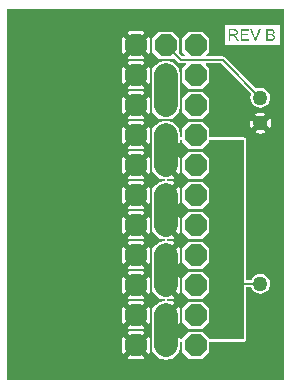
<source format=gtl>
G04 Layer_Physical_Order=1*
G04 Layer_Color=255*
%FSLAX43Y43*%
%MOMM*%
G71*
G01*
G75*
%ADD10C,0.200*%
%ADD11C,2.000*%
%ADD12C,0.127*%
%ADD13P,2.034X8X292.5*%
%ADD14C,1.270*%
G36*
X56820Y29718D02*
X33401D01*
Y61087D01*
X56820D01*
Y29718D01*
D02*
G37*
%LPC*%
G36*
X44920Y41453D02*
X43726D01*
X43604Y41331D01*
X44323Y40613D01*
X45042Y41331D01*
X44920Y41453D01*
D02*
G37*
G36*
X44323Y42445D02*
X43604Y41727D01*
X43726Y41605D01*
X44920D01*
X45042Y41727D01*
X44323Y42445D01*
D02*
G37*
G36*
X43251Y43518D02*
X43129Y43396D01*
Y42202D01*
X43251Y42080D01*
X43969Y42799D01*
X43251Y43518D01*
D02*
G37*
G36*
X44323Y39905D02*
X43604Y39187D01*
X43726Y39065D01*
X44920D01*
X45042Y39187D01*
X44323Y39905D01*
D02*
G37*
G36*
X43251Y40978D02*
X43129Y40856D01*
Y39662D01*
X43251Y39540D01*
X43969Y40259D01*
X43251Y40978D01*
D02*
G37*
G36*
X45395D02*
X44677Y40259D01*
X45395Y39540D01*
X45517Y39662D01*
Y40856D01*
X45395Y40978D01*
D02*
G37*
G36*
Y43518D02*
X44677Y42799D01*
X45395Y42080D01*
X45517Y42202D01*
Y43396D01*
X45395Y43518D01*
D02*
G37*
G36*
Y46058D02*
X44677Y45339D01*
X45395Y44620D01*
X45517Y44742D01*
Y45936D01*
X45395Y46058D01*
D02*
G37*
G36*
X44920Y46533D02*
X43726D01*
X43604Y46411D01*
X44323Y45693D01*
X45042Y46411D01*
X44920Y46533D01*
D02*
G37*
G36*
X44323Y47525D02*
X43604Y46807D01*
X43726Y46685D01*
X44920D01*
X45042Y46807D01*
X44323Y47525D01*
D02*
G37*
G36*
X44920Y43993D02*
X43726D01*
X43604Y43871D01*
X44323Y43153D01*
X45042Y43871D01*
X44920Y43993D01*
D02*
G37*
G36*
X44323Y44985D02*
X43604Y44267D01*
X43726Y44145D01*
X44920D01*
X45042Y44267D01*
X44323Y44985D01*
D02*
G37*
G36*
X43251Y46058D02*
X43129Y45936D01*
Y44742D01*
X43251Y44620D01*
X43969Y45339D01*
X43251Y46058D01*
D02*
G37*
G36*
X44920Y33833D02*
X43726D01*
X43604Y33711D01*
X44323Y32993D01*
X45042Y33711D01*
X44920Y33833D01*
D02*
G37*
G36*
X44323Y34825D02*
X43604Y34107D01*
X43726Y33985D01*
X44920D01*
X45042Y34107D01*
X44323Y34825D01*
D02*
G37*
G36*
X43251Y35898D02*
X43129Y35776D01*
Y34582D01*
X43251Y34460D01*
X43969Y35179D01*
X43251Y35898D01*
D02*
G37*
G36*
X44323Y32285D02*
X43604Y31567D01*
X43726Y31445D01*
X44920D01*
X45042Y31567D01*
X44323Y32285D01*
D02*
G37*
G36*
X43251Y33358D02*
X43129Y33236D01*
Y32042D01*
X43251Y31920D01*
X43969Y32639D01*
X43251Y33358D01*
D02*
G37*
G36*
X45395D02*
X44677Y32639D01*
X45395Y31920D01*
X45517Y32042D01*
Y33236D01*
X45395Y33358D01*
D02*
G37*
G36*
Y35898D02*
X44677Y35179D01*
X45395Y34460D01*
X45517Y34582D01*
Y35776D01*
X45395Y35898D01*
D02*
G37*
G36*
Y38438D02*
X44677Y37719D01*
X45395Y37000D01*
X45517Y37122D01*
Y38316D01*
X45395Y38438D01*
D02*
G37*
G36*
X46863Y51629D02*
X46550Y51588D01*
X46479Y51559D01*
X46293D01*
X46016Y51281D01*
X46007Y51275D01*
X46001Y51266D01*
X45723Y50989D01*
Y50803D01*
X45694Y50732D01*
X45653Y50419D01*
Y47879D01*
X45694Y47566D01*
X45723Y47495D01*
Y47309D01*
X46001Y47032D01*
X46007Y47023D01*
X46016Y47017D01*
X46293Y46739D01*
X46479D01*
X46550Y46710D01*
X46786Y46679D01*
Y46539D01*
X46550Y46508D01*
X46479Y46479D01*
X46293D01*
X46016Y46201D01*
X46007Y46195D01*
X46001Y46186D01*
X45723Y45909D01*
Y45723D01*
X45694Y45652D01*
X45653Y45339D01*
Y42799D01*
X45694Y42486D01*
X45723Y42415D01*
Y42229D01*
X46001Y41952D01*
X46007Y41943D01*
X46016Y41937D01*
X46293Y41659D01*
X46479D01*
X46550Y41630D01*
X46786Y41599D01*
Y41459D01*
X46550Y41428D01*
X46479Y41399D01*
X46293D01*
X46016Y41121D01*
X46007Y41115D01*
X46001Y41106D01*
X45723Y40829D01*
Y40643D01*
X45694Y40572D01*
X45653Y40259D01*
Y37719D01*
X45694Y37406D01*
X45723Y37335D01*
Y37149D01*
X46001Y36872D01*
X46007Y36863D01*
X46016Y36857D01*
X46293Y36579D01*
X46479D01*
X46550Y36550D01*
X46786Y36519D01*
Y36379D01*
X46550Y36348D01*
X46479Y36319D01*
X46293D01*
X46016Y36041D01*
X46007Y36035D01*
X46001Y36026D01*
X45723Y35749D01*
Y35563D01*
X45694Y35492D01*
X45653Y35179D01*
Y32639D01*
X45694Y32326D01*
X45723Y32255D01*
Y32069D01*
X46001Y31792D01*
X46007Y31783D01*
X46016Y31777D01*
X46293Y31499D01*
X46479D01*
X46550Y31470D01*
X46863Y31429D01*
X47176Y31470D01*
X47247Y31499D01*
X47433D01*
X47710Y31777D01*
X47719Y31783D01*
X47725Y31792D01*
X48003Y32069D01*
Y32255D01*
X48032Y32326D01*
X48073Y32639D01*
Y32943D01*
X48263D01*
Y32069D01*
X48833Y31499D01*
X49973D01*
X50543Y32069D01*
Y32943D01*
X53467D01*
X53545Y32959D01*
X53611Y33003D01*
X53655Y33069D01*
X53671Y33147D01*
Y37540D01*
X54087D01*
X54135Y37425D01*
X54268Y37250D01*
X54443Y37117D01*
X54646Y37032D01*
X54864Y37004D01*
X55082Y37032D01*
X55285Y37117D01*
X55460Y37250D01*
X55593Y37425D01*
X55678Y37628D01*
X55706Y37846D01*
X55678Y38064D01*
X55593Y38267D01*
X55460Y38442D01*
X55285Y38575D01*
X55082Y38660D01*
X54864Y38688D01*
X54646Y38660D01*
X54443Y38575D01*
X54268Y38442D01*
X54135Y38267D01*
X54087Y38152D01*
X53671D01*
Y50038D01*
X53655Y50116D01*
X53611Y50182D01*
X53545Y50226D01*
X53467Y50242D01*
X50543D01*
Y50989D01*
X49973Y51559D01*
X48833D01*
X48263Y50989D01*
Y50242D01*
X48073D01*
Y50419D01*
X48032Y50732D01*
X48003Y50803D01*
Y50989D01*
X47725Y51266D01*
X47719Y51275D01*
X47710Y51281D01*
X47433Y51559D01*
X47247D01*
X47176Y51588D01*
X46863Y51629D01*
D02*
G37*
G36*
X44920Y38913D02*
X43726D01*
X43604Y38791D01*
X44323Y38073D01*
X45042Y38791D01*
X44920Y38913D01*
D02*
G37*
G36*
Y36373D02*
X43726D01*
X43604Y36251D01*
X44323Y35533D01*
X45042Y36251D01*
X44920Y36373D01*
D02*
G37*
G36*
X44323Y37365D02*
X43604Y36647D01*
X43726Y36525D01*
X44920D01*
X45042Y36647D01*
X44323Y37365D01*
D02*
G37*
G36*
X43251Y38438D02*
X43129Y38316D01*
Y37122D01*
X43251Y37000D01*
X43969Y37719D01*
X43251Y38438D01*
D02*
G37*
G36*
Y48598D02*
X43129Y48476D01*
Y47282D01*
X43251Y47160D01*
X43969Y47879D01*
X43251Y48598D01*
D02*
G37*
G36*
X56509Y59724D02*
X51870D01*
Y58093D01*
X56509D01*
Y59724D01*
D02*
G37*
G36*
X43251Y53678D02*
X43129Y53556D01*
Y52362D01*
X43251Y52240D01*
X43969Y52959D01*
X43251Y53678D01*
D02*
G37*
G36*
X44920Y54153D02*
X43726D01*
X43604Y54031D01*
X44323Y53313D01*
X45042Y54031D01*
X44920Y54153D01*
D02*
G37*
G36*
X45395Y53678D02*
X44677Y52959D01*
X45395Y52240D01*
X45517Y52362D01*
Y53556D01*
X45395Y53678D01*
D02*
G37*
G36*
X44920Y59233D02*
X43726D01*
X43604Y59111D01*
X44323Y58393D01*
X45042Y59111D01*
X44920Y59233D01*
D02*
G37*
G36*
X54864Y52332D02*
X54632Y52301D01*
X54434Y52219D01*
X54864Y51789D01*
X55294Y52219D01*
X55096Y52301D01*
X54864Y52332D01*
D02*
G37*
G36*
X49973Y54099D02*
X48833D01*
X48263Y53529D01*
Y52389D01*
X48833Y51819D01*
X49973D01*
X50543Y52389D01*
Y53529D01*
X49973Y54099D01*
D02*
G37*
G36*
X46863Y56709D02*
X46550Y56668D01*
X46479Y56639D01*
X46293D01*
X46016Y56361D01*
X46007Y56355D01*
X46001Y56346D01*
X45723Y56069D01*
Y55883D01*
X45694Y55812D01*
X45653Y55499D01*
Y53019D01*
X45694Y52706D01*
X45723Y52635D01*
Y52389D01*
X46293Y51819D01*
X46784D01*
X46863Y51809D01*
X46942Y51819D01*
X47433D01*
X48003Y52389D01*
Y52635D01*
X48032Y52706D01*
X48073Y53019D01*
Y55499D01*
X48032Y55812D01*
X48003Y55883D01*
Y56069D01*
X47725Y56346D01*
X47719Y56355D01*
X47710Y56361D01*
X47433Y56639D01*
X47247D01*
X47176Y56668D01*
X46863Y56709D01*
D02*
G37*
G36*
X44920Y56693D02*
X43726D01*
X43604Y56571D01*
X44323Y55853D01*
X45042Y56571D01*
X44920Y56693D01*
D02*
G37*
G36*
X45395Y56218D02*
X44677Y55499D01*
X45395Y54780D01*
X45517Y54902D01*
Y56096D01*
X45395Y56218D01*
D02*
G37*
G36*
X44323Y57685D02*
X43604Y56967D01*
X43726Y56845D01*
X44920D01*
X45042Y56967D01*
X44323Y57685D01*
D02*
G37*
G36*
X49973Y59179D02*
X48833D01*
X48263Y58609D01*
Y57469D01*
X48510Y57222D01*
X48461Y57105D01*
X48229D01*
X47934Y57400D01*
X48003Y57469D01*
Y58609D01*
X47433Y59179D01*
X46293D01*
X45723Y58609D01*
Y57469D01*
X46293Y56899D01*
X47433D01*
X47502Y56968D01*
X47887Y56583D01*
X47887Y56583D01*
X47986Y56517D01*
X48103Y56493D01*
X48103Y56493D01*
X48522D01*
X48570Y56376D01*
X48263Y56069D01*
Y54929D01*
X48833Y54359D01*
X49973D01*
X50543Y54929D01*
Y56069D01*
X50236Y56376D01*
X50284Y56493D01*
X51532D01*
X54098Y53927D01*
X54050Y53812D01*
X54022Y53594D01*
X54050Y53376D01*
X54135Y53173D01*
X54268Y52998D01*
X54443Y52865D01*
X54646Y52780D01*
X54864Y52752D01*
X55082Y52780D01*
X55285Y52865D01*
X55460Y52998D01*
X55593Y53173D01*
X55678Y53376D01*
X55706Y53594D01*
X55678Y53812D01*
X55593Y54015D01*
X55460Y54190D01*
X55285Y54323D01*
X55082Y54408D01*
X54864Y54436D01*
X54646Y54408D01*
X54531Y54360D01*
X51875Y57015D01*
X51776Y57082D01*
X51659Y57105D01*
X51659Y57105D01*
X50345D01*
X50296Y57222D01*
X50543Y57469D01*
Y58609D01*
X49973Y59179D01*
D02*
G37*
G36*
X44323Y55145D02*
X43604Y54427D01*
X43726Y54305D01*
X44920D01*
X45042Y54427D01*
X44323Y55145D01*
D02*
G37*
G36*
X45395Y58758D02*
X44677Y58039D01*
X45395Y57320D01*
X45517Y57442D01*
Y58636D01*
X45395Y58758D01*
D02*
G37*
G36*
X43251D02*
X43129Y58636D01*
Y57442D01*
X43251Y57320D01*
X43969Y58039D01*
X43251Y58758D01*
D02*
G37*
G36*
Y56218D02*
X43129Y56096D01*
Y54902D01*
X43251Y54780D01*
X43969Y55499D01*
X43251Y56218D01*
D02*
G37*
G36*
X44323Y52605D02*
X43604Y51887D01*
X43726Y51765D01*
X44920D01*
X45042Y51887D01*
X44323Y52605D01*
D02*
G37*
G36*
X43251Y51138D02*
X43129Y51016D01*
Y49822D01*
X43251Y49700D01*
X43969Y50419D01*
X43251Y51138D01*
D02*
G37*
G36*
X45395D02*
X44677Y50419D01*
X45395Y49700D01*
X45517Y49822D01*
Y51016D01*
X45395Y51138D01*
D02*
G37*
G36*
X44323Y50065D02*
X43604Y49347D01*
X43726Y49225D01*
X44920D01*
X45042Y49347D01*
X44323Y50065D01*
D02*
G37*
G36*
X45395Y48598D02*
X44677Y47879D01*
X45395Y47160D01*
X45517Y47282D01*
Y48476D01*
X45395Y48598D01*
D02*
G37*
G36*
X44920Y49073D02*
X43726D01*
X43604Y48951D01*
X44323Y48233D01*
X45042Y48951D01*
X44920Y49073D01*
D02*
G37*
G36*
X54864Y51081D02*
X54434Y50651D01*
X54632Y50569D01*
X54864Y50538D01*
X55096Y50569D01*
X55294Y50651D01*
X54864Y51081D01*
D02*
G37*
G36*
X54080Y51865D02*
X53998Y51667D01*
X53967Y51435D01*
X53998Y51203D01*
X54080Y51005D01*
X54510Y51435D01*
X54080Y51865D01*
D02*
G37*
G36*
X55648D02*
X55218Y51435D01*
X55648Y51005D01*
X55730Y51203D01*
X55761Y51435D01*
X55730Y51667D01*
X55648Y51865D01*
D02*
G37*
G36*
X44920Y51613D02*
X43726D01*
X43604Y51491D01*
X44323Y50773D01*
X45042Y51491D01*
X44920Y51613D01*
D02*
G37*
%LPD*%
G36*
X53887Y59280D02*
X53311D01*
Y58982D01*
X53851D01*
Y58867D01*
X53311D01*
Y58536D01*
X53910D01*
Y58420D01*
X53181D01*
Y59396D01*
X53887D01*
Y59280D01*
D02*
G37*
G36*
X47935Y49700D02*
X48057Y49822D01*
Y50038D01*
X48263D01*
Y49849D01*
X48833Y49279D01*
X49973D01*
X50543Y49849D01*
Y50038D01*
X53467D01*
Y33147D01*
X50543D01*
Y33209D01*
X49973Y33779D01*
X48833D01*
X48263Y33209D01*
Y33147D01*
X48057D01*
Y33236D01*
X47935Y33358D01*
X47040Y32462D01*
X46686Y32816D01*
X47582Y33711D01*
X47460Y33833D01*
X46990D01*
Y33985D01*
X47460D01*
X47582Y34107D01*
X46686Y35002D01*
X46863Y35179D01*
X46686Y35356D01*
X47582Y36251D01*
X47460Y36373D01*
X46990D01*
Y36525D01*
X47460D01*
X47582Y36647D01*
X46686Y37542D01*
X46863Y37719D01*
X46686Y37896D01*
X47582Y38791D01*
X47460Y38913D01*
X46990D01*
Y39065D01*
X47460D01*
X47582Y39187D01*
X46686Y40082D01*
X46863Y40259D01*
X46686Y40436D01*
X47582Y41331D01*
X47460Y41453D01*
X46990D01*
Y41605D01*
X47460D01*
X47582Y41727D01*
X46686Y42622D01*
X46863Y42799D01*
X46686Y42976D01*
X47582Y43871D01*
X47460Y43993D01*
X46990D01*
Y44145D01*
X47460D01*
X47582Y44267D01*
X46686Y45162D01*
X46863Y45339D01*
X46686Y45516D01*
X47582Y46411D01*
X47460Y46533D01*
X46990D01*
Y46685D01*
X47460D01*
X47582Y46807D01*
X46686Y47702D01*
X46863Y47879D01*
X46686Y48056D01*
X47582Y48951D01*
X47460Y49073D01*
X46990D01*
Y49225D01*
X47460D01*
X47582Y49347D01*
X46686Y50242D01*
X47040Y50596D01*
X47935Y49700D01*
D02*
G37*
G36*
X52661Y59394D02*
X52673D01*
X52703Y59393D01*
X52734Y59388D01*
X52768Y59384D01*
X52799Y59377D01*
X52814Y59373D01*
X52827Y59369D01*
X52829D01*
X52830Y59367D01*
X52838Y59363D01*
X52851Y59357D01*
X52867Y59348D01*
X52884Y59335D01*
X52902Y59318D01*
X52919Y59298D01*
X52936Y59276D01*
Y59274D01*
X52937Y59273D01*
X52943Y59264D01*
X52948Y59250D01*
X52957Y59232D01*
X52964Y59211D01*
X52971Y59185D01*
X52975Y59159D01*
X52977Y59129D01*
Y59128D01*
Y59125D01*
Y59119D01*
X52975Y59112D01*
Y59102D01*
X52974Y59092D01*
X52968Y59068D01*
X52960Y59040D01*
X52948Y59011D01*
X52931Y58981D01*
X52920Y58967D01*
X52909Y58953D01*
X52907Y58951D01*
X52906Y58950D01*
X52902Y58946D01*
X52896Y58942D01*
X52889Y58936D01*
X52881Y58930D01*
X52869Y58923D01*
X52858Y58915D01*
X52844Y58908D01*
X52829Y58901D01*
X52812Y58892D01*
X52793Y58885D01*
X52772Y58880D01*
X52751Y58873D01*
X52727Y58868D01*
X52702Y58864D01*
X52704Y58863D01*
X52710Y58860D01*
X52719Y58854D01*
X52730Y58849D01*
X52755Y58833D01*
X52768Y58823D01*
X52779Y58815D01*
X52782Y58812D01*
X52789Y58805D01*
X52800Y58794D01*
X52814Y58779D01*
X52830Y58760D01*
X52848Y58739D01*
X52867Y58713D01*
X52886Y58685D01*
X53054Y58420D01*
X52893D01*
X52765Y58623D01*
Y58624D01*
X52762Y58627D01*
X52759Y58631D01*
X52755Y58637D01*
X52745Y58653D01*
X52733Y58672D01*
X52717Y58693D01*
X52702Y58716D01*
X52686Y58737D01*
X52672Y58757D01*
X52671Y58758D01*
X52666Y58764D01*
X52659Y58772D01*
X52650Y58782D01*
X52628Y58803D01*
X52617Y58813D01*
X52606Y58822D01*
X52604Y58823D01*
X52602Y58825D01*
X52596Y58827D01*
X52587Y58832D01*
X52579Y58836D01*
X52569Y58840D01*
X52547Y58847D01*
X52545D01*
X52542Y58849D01*
X52537D01*
X52530Y58850D01*
X52520Y58851D01*
X52509D01*
X52493Y58853D01*
X52327D01*
Y58420D01*
X52197D01*
Y59396D01*
X52650D01*
X52661Y59394D01*
D02*
G37*
G36*
X55765D02*
X55776D01*
X55802Y59391D01*
X55830Y59388D01*
X55859Y59383D01*
X55889Y59376D01*
X55916Y59366D01*
X55917D01*
X55919Y59364D01*
X55927Y59360D01*
X55940Y59353D01*
X55954Y59343D01*
X55971Y59331D01*
X55989Y59315D01*
X56006Y59295D01*
X56022Y59274D01*
X56023Y59271D01*
X56027Y59263D01*
X56034Y59252D01*
X56041Y59235D01*
X56048Y59215D01*
X56055Y59194D01*
X56060Y59170D01*
X56061Y59146D01*
Y59143D01*
Y59136D01*
X56060Y59123D01*
X56057Y59108D01*
X56053Y59090D01*
X56045Y59070D01*
X56037Y59050D01*
X56026Y59029D01*
X56024Y59026D01*
X56020Y59021D01*
X56012Y59009D01*
X56000Y58998D01*
X55986Y58984D01*
X55969Y58968D01*
X55948Y58954D01*
X55924Y58940D01*
X55926D01*
X55928Y58939D01*
X55933Y58937D01*
X55938Y58935D01*
X55955Y58929D01*
X55975Y58919D01*
X55996Y58906D01*
X56020Y58891D01*
X56041Y58873D01*
X56061Y58850D01*
X56062Y58847D01*
X56068Y58839D01*
X56076Y58826D01*
X56085Y58809D01*
X56093Y58787D01*
X56102Y58763D01*
X56108Y58734D01*
X56109Y58703D01*
Y58702D01*
Y58701D01*
Y58692D01*
X56108Y58678D01*
X56105Y58661D01*
X56102Y58641D01*
X56096Y58620D01*
X56089Y58598D01*
X56079Y58575D01*
X56078Y58572D01*
X56074Y58565D01*
X56068Y58555D01*
X56060Y58541D01*
X56048Y58527D01*
X56037Y58512D01*
X56023Y58496D01*
X56007Y58483D01*
X56006Y58482D01*
X56000Y58478D01*
X55991Y58472D01*
X55978Y58467D01*
X55962Y58458D01*
X55944Y58450D01*
X55924Y58443D01*
X55900Y58436D01*
X55897D01*
X55889Y58433D01*
X55875Y58431D01*
X55857Y58428D01*
X55834Y58426D01*
X55807Y58423D01*
X55778Y58421D01*
X55744Y58420D01*
X55372D01*
Y59396D01*
X55755D01*
X55765Y59394D01*
D02*
G37*
G36*
X54500Y58420D02*
X54365D01*
X53987Y59396D01*
X54128D01*
X54382Y58686D01*
Y58685D01*
X54383Y58682D01*
X54385Y58678D01*
X54388Y58672D01*
X54389Y58664D01*
X54392Y58655D01*
X54399Y58634D01*
X54407Y58610D01*
X54416Y58584D01*
X54433Y58527D01*
Y58529D01*
X54434Y58531D01*
X54436Y58536D01*
X54437Y58541D01*
X54441Y58557D01*
X54448Y58578D01*
X54455Y58602D01*
X54464Y58629D01*
X54474Y58657D01*
X54485Y58686D01*
X54750Y59396D01*
X54881D01*
X54500Y58420D01*
D02*
G37*
%LPC*%
G36*
X52634Y59287D02*
X52327D01*
Y58964D01*
X52617D01*
X52634Y58966D01*
X52654Y58967D01*
X52676Y58968D01*
X52699Y58971D01*
X52721Y58975D01*
X52741Y58981D01*
X52744Y58982D01*
X52750Y58985D01*
X52758Y58990D01*
X52769Y58995D01*
X52782Y59004D01*
X52795Y59013D01*
X52807Y59026D01*
X52817Y59040D01*
X52819Y59042D01*
X52821Y59047D01*
X52826Y59056D01*
X52831Y59067D01*
X52836Y59080D01*
X52840Y59094D01*
X52843Y59111D01*
X52844Y59128D01*
Y59129D01*
Y59130D01*
X52843Y59139D01*
X52841Y59152D01*
X52838Y59169D01*
X52831Y59185D01*
X52823Y59205D01*
X52810Y59224D01*
X52793Y59242D01*
X52790Y59243D01*
X52783Y59249D01*
X52772Y59256D01*
X52754Y59264D01*
X52733Y59273D01*
X52704Y59280D01*
X52672Y59286D01*
X52634Y59287D01*
D02*
G37*
G36*
X55758Y58871D02*
X55501D01*
Y58536D01*
X55779D01*
X55809Y58537D01*
X55821Y58538D01*
X55833Y58540D01*
X55834D01*
X55840Y58541D01*
X55848Y58543D01*
X55858Y58545D01*
X55882Y58554D01*
X55906Y58565D01*
X55907Y58567D01*
X55912Y58569D01*
X55917Y58574D01*
X55924Y58579D01*
X55931Y58588D01*
X55941Y58596D01*
X55948Y58607D01*
X55957Y58620D01*
X55958Y58622D01*
X55959Y58626D01*
X55962Y58634D01*
X55967Y58644D01*
X55971Y58655D01*
X55974Y58670D01*
X55975Y58686D01*
X55976Y58703D01*
Y58706D01*
Y58712D01*
X55975Y58723D01*
X55972Y58736D01*
X55969Y58750D01*
X55964Y58765D01*
X55957Y58781D01*
X55947Y58796D01*
X55945Y58798D01*
X55941Y58803D01*
X55936Y58810D01*
X55927Y58819D01*
X55916Y58829D01*
X55902Y58839D01*
X55886Y58847D01*
X55868Y58854D01*
X55865Y58856D01*
X55859Y58857D01*
X55847Y58860D01*
X55831Y58863D01*
X55811Y58865D01*
X55788Y58868D01*
X55758Y58871D01*
D02*
G37*
G36*
X55733Y59280D02*
X55501D01*
Y58987D01*
X55741D01*
X55759Y58988D01*
X55779Y58990D01*
X55799Y58991D01*
X55819Y58994D01*
X55834Y58997D01*
X55837Y58998D01*
X55842Y58999D01*
X55851Y59004D01*
X55862Y59009D01*
X55874Y59015D01*
X55886Y59023D01*
X55899Y59035D01*
X55909Y59046D01*
X55910Y59047D01*
X55913Y59052D01*
X55917Y59060D01*
X55921Y59070D01*
X55926Y59081D01*
X55930Y59095D01*
X55933Y59112D01*
X55934Y59130D01*
Y59133D01*
Y59139D01*
X55933Y59147D01*
X55931Y59159D01*
X55928Y59173D01*
X55924Y59187D01*
X55919Y59201D01*
X55910Y59215D01*
X55909Y59216D01*
X55906Y59221D01*
X55900Y59228D01*
X55893Y59235D01*
X55883Y59243D01*
X55872Y59252D01*
X55858Y59260D01*
X55842Y59266D01*
X55841D01*
X55834Y59269D01*
X55824Y59270D01*
X55809Y59273D01*
X55788Y59276D01*
X55764Y59277D01*
X55733Y59280D01*
D02*
G37*
G36*
X49973Y46479D02*
X48833D01*
X48263Y45909D01*
Y44769D01*
X48833Y44199D01*
X49973D01*
X50543Y44769D01*
Y45909D01*
X49973Y46479D01*
D02*
G37*
G36*
X47935Y43518D02*
X47217Y42799D01*
X47935Y42080D01*
X48057Y42202D01*
Y43396D01*
X47935Y43518D01*
D02*
G37*
G36*
X49973Y43939D02*
X48833D01*
X48263Y43369D01*
Y42229D01*
X48833Y41659D01*
X49973D01*
X50543Y42229D01*
Y43369D01*
X49973Y43939D01*
D02*
G37*
G36*
Y49019D02*
X48833D01*
X48263Y48449D01*
Y47309D01*
X48833Y46739D01*
X49973D01*
X50543Y47309D01*
Y48449D01*
X49973Y49019D01*
D02*
G37*
G36*
X47935Y48598D02*
X47217Y47879D01*
X47935Y47160D01*
X48057Y47282D01*
Y48476D01*
X47935Y48598D01*
D02*
G37*
G36*
Y46058D02*
X47217Y45339D01*
X47935Y44620D01*
X48057Y44742D01*
Y45936D01*
X47935Y46058D01*
D02*
G37*
G36*
X49973Y38859D02*
X48833D01*
X48263Y38289D01*
Y37149D01*
X48833Y36579D01*
X49973D01*
X50543Y37149D01*
Y38289D01*
X49973Y38859D01*
D02*
G37*
G36*
X47935Y35898D02*
X47217Y35179D01*
X47935Y34460D01*
X48057Y34582D01*
Y35776D01*
X47935Y35898D01*
D02*
G37*
G36*
X49973Y36319D02*
X48833D01*
X48263Y35749D01*
Y34609D01*
X48833Y34039D01*
X49973D01*
X50543Y34609D01*
Y35749D01*
X49973Y36319D01*
D02*
G37*
G36*
X47935Y40978D02*
X47217Y40259D01*
X47935Y39540D01*
X48057Y39662D01*
Y40856D01*
X47935Y40978D01*
D02*
G37*
G36*
X49973Y41399D02*
X48833D01*
X48263Y40829D01*
Y39689D01*
X48833Y39119D01*
X49973D01*
X50543Y39689D01*
Y40829D01*
X49973Y41399D01*
D02*
G37*
G36*
X47935Y38438D02*
X47217Y37719D01*
X47935Y37000D01*
X48057Y37122D01*
Y38316D01*
X47935Y38438D01*
D02*
G37*
%LPD*%
D10*
X52324Y36449D02*
Y37846D01*
X54864D01*
X51659Y56799D02*
X54864Y53594D01*
X54580Y51719D02*
X54864Y51435D01*
X46863Y58039D02*
X48103Y56799D01*
X51659D01*
X44323Y52959D02*
X45563Y51719D01*
X48133Y33909D02*
X52324D01*
X48133Y36449D02*
X52324D01*
X46863Y35179D02*
X48133Y36449D01*
X46863Y37719D02*
X48133Y38989D01*
X52324D01*
X48133Y41529D02*
X52324D01*
X46863Y40259D02*
X48133Y41529D01*
X46863Y45339D02*
X48133Y46609D01*
X46863Y42799D02*
X48260Y44069D01*
X52324D01*
X48133Y46609D02*
X52324D01*
X48260Y49149D02*
X52324D01*
X46863Y47879D02*
X48260Y49149D01*
X45563Y51719D02*
X54580D01*
D11*
X46863Y53019D02*
Y55499D01*
Y47879D02*
Y50419D01*
Y42799D02*
Y45339D01*
Y37719D02*
Y40259D01*
Y32639D02*
Y35179D01*
D12*
Y32639D02*
X48133Y33909D01*
D13*
X44323Y58039D02*
D03*
X46863D02*
D03*
X49403D02*
D03*
X44323Y55499D02*
D03*
X46863D02*
D03*
X49403D02*
D03*
X44323Y52959D02*
D03*
X46863D02*
D03*
X49403D02*
D03*
X44323Y50419D02*
D03*
X46863D02*
D03*
X49403D02*
D03*
X44323Y47879D02*
D03*
X46863D02*
D03*
X49403D02*
D03*
X44323Y45339D02*
D03*
X46863D02*
D03*
X49403D02*
D03*
X44323Y42799D02*
D03*
X46863D02*
D03*
X49403D02*
D03*
X44323Y40259D02*
D03*
X46863D02*
D03*
X49403D02*
D03*
X44323Y37719D02*
D03*
X46863D02*
D03*
X49403D02*
D03*
X44323Y35179D02*
D03*
X46863D02*
D03*
X49403D02*
D03*
Y32639D02*
D03*
X46863D02*
D03*
X44323D02*
D03*
D14*
X54864Y51435D02*
D03*
Y37846D02*
D03*
Y53594D02*
D03*
M02*

</source>
